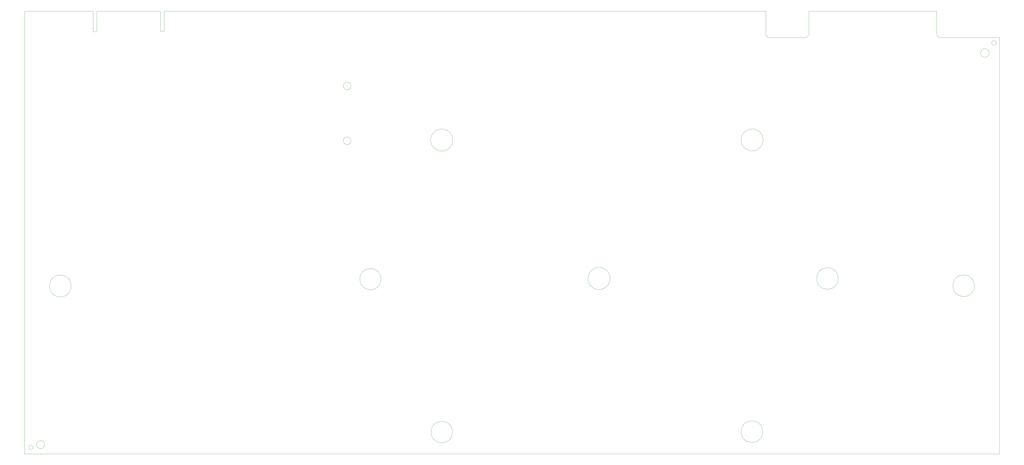
<source format=gbr>
%TF.GenerationSoftware,KiCad,Pcbnew,7.0.7*%
%TF.CreationDate,2023-12-29T15:53:43+00:00*%
%TF.ProjectId,TRS80IUS,54525338-3049-4555-932e-6b696361645f,rev?*%
%TF.SameCoordinates,Original*%
%TF.FileFunction,Profile,NP*%
%FSLAX46Y46*%
G04 Gerber Fmt 4.6, Leading zero omitted, Abs format (unit mm)*
G04 Created by KiCad (PCBNEW 7.0.7) date 2023-12-29 15:53:43*
%MOMM*%
%LPD*%
G01*
G04 APERTURE LIST*
%TA.AperFunction,Profile*%
%ADD10C,0.100000*%
%TD*%
G04 APERTURE END LIST*
D10*
X126200000Y-83600000D02*
X152720000Y-83600000D01*
X492520000Y-198260000D02*
G75*
G03*
X492520000Y-198260000I-4470000J0D01*
G01*
X152720000Y-91990000D02*
X154270000Y-91990000D01*
X274630000Y-259350000D02*
G75*
G03*
X274630000Y-259350000I-4440000J0D01*
G01*
X501780000Y-96870000D02*
G75*
G03*
X501780000Y-96870000I-1010000J0D01*
G01*
X476760000Y-83590000D02*
X476760000Y-93480000D01*
X104390000Y-264610000D02*
G75*
G03*
X104390000Y-264610000I-1670000J0D01*
G01*
X422290000Y-94620000D02*
X423390000Y-93520000D01*
X435700000Y-195240000D02*
G75*
G03*
X435700000Y-195240000I-4480000J0D01*
G01*
X99580000Y-265760000D02*
G75*
G03*
X99580000Y-265760000I-880000J0D01*
G01*
X96010000Y-268430000D02*
X96010000Y-83600000D01*
X115490000Y-198370000D02*
G75*
G03*
X115490000Y-198370000I-4520000J0D01*
G01*
X154270000Y-91990000D02*
X154270000Y-83600000D01*
X244820000Y-195500000D02*
G75*
G03*
X244820000Y-195500000I-4390000J0D01*
G01*
X423390000Y-83590000D02*
X476760000Y-83590000D01*
X503040000Y-94600000D02*
X503040000Y-268430000D01*
X154270000Y-83600000D02*
X405450000Y-83600000D01*
X96010000Y-83600000D02*
X124660000Y-83600000D01*
X477880000Y-94600000D02*
X503040000Y-94600000D01*
X503040000Y-268430000D02*
X96010000Y-268430000D01*
X405450000Y-83600000D02*
X405450000Y-93630000D01*
X406440000Y-94620000D02*
X422290000Y-94620000D01*
X152720000Y-83600000D02*
X152720000Y-91990000D01*
X232280000Y-114890000D02*
G75*
G03*
X232280000Y-114890000I-1580000J0D01*
G01*
X126200000Y-92170000D02*
X124660000Y-92170000D01*
X405450000Y-93630000D02*
X406440000Y-94620000D01*
X423390000Y-93520000D02*
X423390000Y-83590000D01*
X232290000Y-137720000D02*
G75*
G03*
X232290000Y-137720000I-1580000J0D01*
G01*
X476760000Y-93480000D02*
X477880000Y-94600000D01*
X404370000Y-137380000D02*
G75*
G03*
X404370000Y-137380000I-4610000J0D01*
G01*
X498720000Y-101090000D02*
G75*
G03*
X498720000Y-101090000I-1790000J0D01*
G01*
X340460000Y-195230000D02*
G75*
G03*
X340460000Y-195230000I-4610000J0D01*
G01*
X404170000Y-259200000D02*
G75*
G03*
X404170000Y-259200000I-4490000J0D01*
G01*
X126200000Y-83600000D02*
X126200000Y-92170000D01*
X124660000Y-92170000D02*
X124660000Y-83600000D01*
X274780000Y-137440000D02*
G75*
G03*
X274780000Y-137440000I-4610000J0D01*
G01*
M02*

</source>
